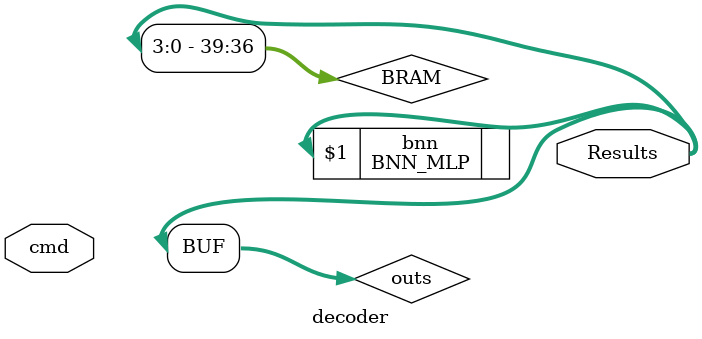
<source format=sv>


module decoder(
    input logic[7:0] cmd,
    output logic[3:0] Results
    );
    
    logic [39:0] BRAM = 40'b0;
    logic [3:0] outs;
    logic [3:0] temp_addr = 0;

    
    
    always @(cmd) begin
        case(temp_addr) 
            32'd0: BRAM[3:0]   <= cmd[3:0];
            32'd1: BRAM[11:4]  <= cmd;
            32'd2: BRAM[19:12] <= cmd;
            32'd3: BRAM[27:20] <= cmd;
            32'd4: BRAM[35:28] <= cmd;
            default: temp_addr <= 0;
        endcase
        $display("ITER %d: %b",temp_addr, cmd);
        if(~temp_addr) temp_addr <= temp_addr + 1;
        else    temp_addr <= temp_addr << 1;
        
        
        $display("BRAM: %b", BRAM);
    end
    
    always @(outs) begin
        BRAM[39:36] = outs; 
        Results = BRAM[39:36]; 
    end

    BNN_MLP bnn(Results);
    BNN_INPUT inputs(BRAM[3:0]);
    BNN_WEIGHTS weights(BRAM[19:4]);
    BNN_BIAS bias(BRAM[35:20]);

    
endmodule
</source>
